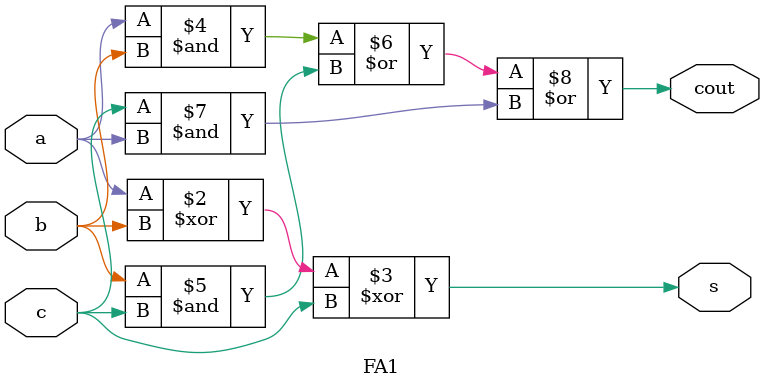
<source format=v>
`timescale 1ns / 1ps

module FA1(a,b,c,s,cout);
input a,b,c;
output reg s,cout;
always@(a or b or c)
begin
s=a^b^c;
cout=(a&b)|(b&c)|(c&a);
end
endmodule

</source>
